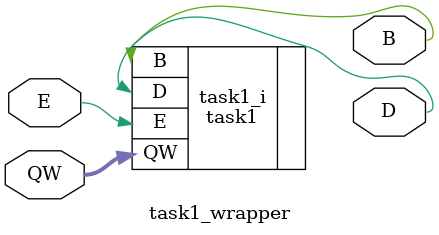
<source format=v>
`timescale 1 ps / 1 ps

module task1_wrapper
   (B,
    D,
    E,
    QW);
  output B;
  output D;
  input E;
  input [1:0]QW;

  wire B;
  wire D;
  wire E;
  wire [1:0]QW;

  task1 task1_i
       (.B(B),
        .D(D),
        .E(E),
        .QW(QW));
endmodule

</source>
